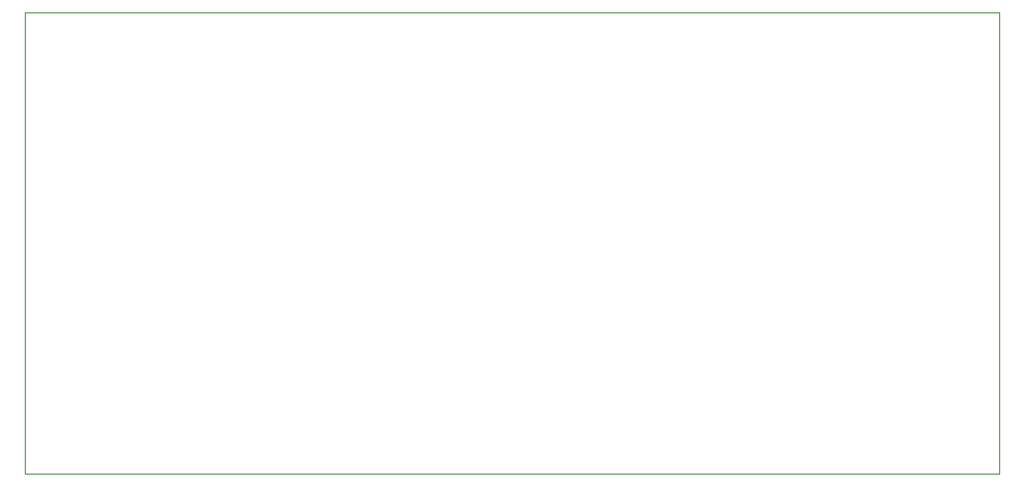
<source format=gm1>
G04 #@! TF.GenerationSoftware,KiCad,Pcbnew,7.0.10-7.0.10~ubuntu20.04.1*
G04 #@! TF.CreationDate,2024-01-07T18:49:02+01:00*
G04 #@! TF.ProjectId,msx-omega-usbkeybctrl,6d73782d-6f6d-4656-9761-2d7573626b65,A*
G04 #@! TF.SameCoordinates,Original*
G04 #@! TF.FileFunction,Profile,NP*
%FSLAX46Y46*%
G04 Gerber Fmt 4.6, Leading zero omitted, Abs format (unit mm)*
G04 Created by KiCad (PCBNEW 7.0.10-7.0.10~ubuntu20.04.1) date 2024-01-07 18:49:02*
%MOMM*%
%LPD*%
G01*
G04 APERTURE LIST*
G04 #@! TA.AperFunction,Profile*
%ADD10C,0.100000*%
G04 #@! TD*
G04 APERTURE END LIST*
D10*
X136800000Y-57700000D02*
X136800000Y-98700000D01*
X50300000Y-98700000D02*
X50300000Y-57700000D01*
X136800000Y-98700000D02*
X50300000Y-98700000D01*
X50300000Y-57700000D02*
X136800000Y-57700000D01*
M02*

</source>
